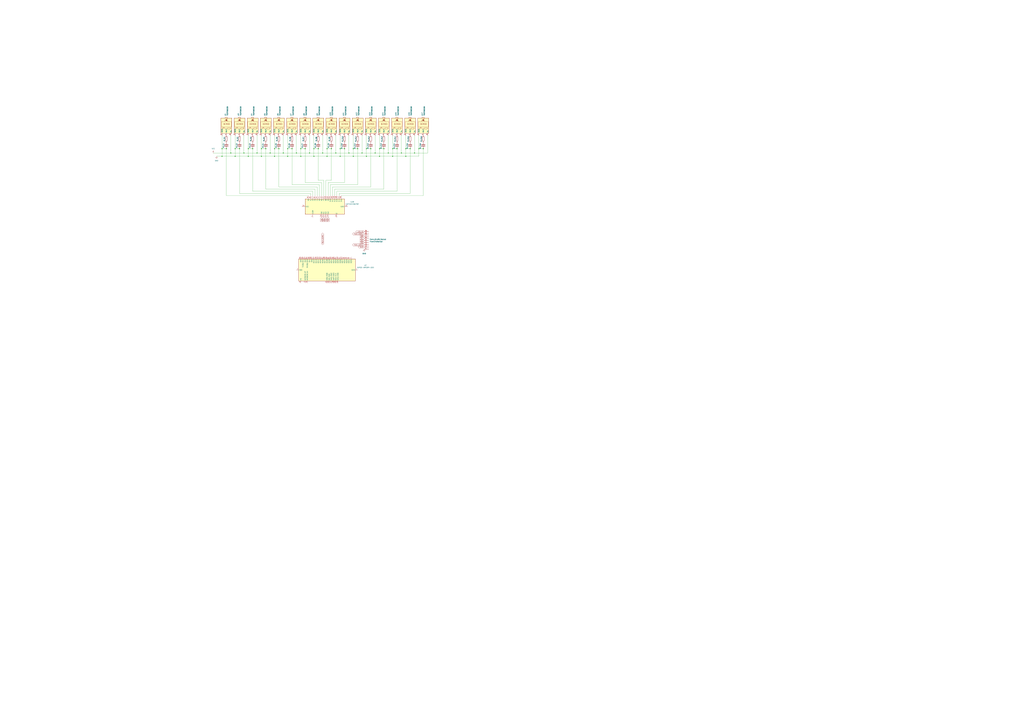
<source format=kicad_sch>
(kicad_sch (version 20250114) (generator "eeschema") (generator_version "9.0")
  (paper "A0")
  (lib_symbols
    (symbol "74xx:CD74HC4067SM"
      (property "Reference" "U" (at -8.89 22.86 0))
      (property "Value" "CD74HC4067SM" (at 1.27 22.86 0))
      (symbol "CD74HC4067SM_0_1"
        (rectangle (start -8.89 21.59) (end 8.89 -24.13) (stroke (width 0.254)) (fill (type background)))
      )
      (symbol "CD74HC4067SM_1_1"
        (pin passive line (at -12.7 12.7 0) (length 3.81) (name "COM") (number "1"))
        (pin input line (at -12.7 2.54 0) (length 3.81) (name "S0") (number "10"))
        (pin input line (at -12.7 0 0) (length 3.81) (name "S1") (number "11"))
        (pin input line (at -12.7 -2.54 0) (length 3.81) (name "S2") (number "14"))
        (pin input line (at -12.7 -5.08 0) (length 3.81) (name "S3") (number "13"))
        (pin input line (at -12.7 -15.24 0) (length 3.81) (name "~{E}") (number "15"))
        (pin power_in line (at 0 25.4 270) (length 3.81) (name "VCC") (number "24"))
        (pin power_in line (at 0 -27.94 90) (length 3.81) (name "GND") (number "12"))
        (pin passive line (at 12.7 17.78 180) (length 3.81) (name "I0") (number "9"))
        (pin passive line (at 12.7 15.24 180) (length 3.81) (name "I1") (number "8"))
        (pin passive line (at 12.7 12.7 180) (length 3.81) (name "I2") (number "7"))
        (pin passive line (at 12.7 10.16 180) (length 3.81) (name "I3") (number "6"))
        (pin passive line (at 12.7 7.62 180) (length 3.81) (name "I4") (number "5"))
        (pin passive line (at 12.7 5.08 180) (length 3.81) (name "I5") (number "4"))
        (pin passive line (at 12.7 2.54 180) (length 3.81) (name "I6") (number "3"))
        (pin passive line (at 12.7 0 180) (length 3.81) (name "I7") (number "2"))
        (pin passive line (at 12.7 -2.54 180) (length 3.81) (name "I8") (number "23"))
        (pin passive line (at 12.7 -5.08 180) (length 3.81) (name "I9") (number "22"))
        (pin passive line (at 12.7 -7.62 180) (length 3.81) (name "I10") (number "21"))
        (pin passive line (at 12.7 -10.16 180) (length 3.81) (name "I11") (number "20"))
        (pin passive line (at 12.7 -12.7 180) (length 3.81) (name "I12") (number "19"))
        (pin passive line (at 12.7 -15.24 180) (length 3.81) (name "I13") (number "18"))
        (pin passive line (at 12.7 -17.78 180) (length 3.81) (name "I14") (number "17"))
        (pin passive line (at 12.7 -20.32 180) (length 3.81) (name "I15") (number "16"))
      )
    )
    (symbol "Connector:Conn_01x09_Socket" (pin_names (offset 1.016) (hide yes))
      (property "Reference" "J" (at 0 12.7 0))
      (property "Value" "Conn_01x09_Socket" (at 0 -12.7 0))
      (symbol "Conn_01x09_Socket_1_1"
        (polyline (pts (xy -1.27 10.16) (xy -0.508 10.16)) (stroke (width 0.1524)))
        (polyline (pts (xy -1.27 7.62) (xy -0.508 7.62)) (stroke (width 0.1524)))
        (polyline (pts (xy -1.27 5.08) (xy -0.508 5.08)) (stroke (width 0.1524)))
        (polyline (pts (xy -1.27 2.54) (xy -0.508 2.54)) (stroke (width 0.1524)))
        (polyline (pts (xy -1.27 0) (xy -0.508 0)) (stroke (width 0.1524)))
        (polyline (pts (xy -1.27 -2.54) (xy -0.508 -2.54)) (stroke (width 0.1524)))
        (polyline (pts (xy -1.27 -5.08) (xy -0.508 -5.08)) (stroke (width 0.1524)))
        (polyline (pts (xy -1.27 -7.62) (xy -0.508 -7.62)) (stroke (width 0.1524)))
        (polyline (pts (xy -1.27 -10.16) (xy -0.508 -10.16)) (stroke (width 0.1524)))
        (arc (start 0 9.652) (mid -0.5058 10.16) (end 0 10.668) (stroke (width 0.1524)))
        (arc (start 0 7.112) (mid -0.5058 7.62) (end 0 8.128) (stroke (width 0.1524)))
        (arc (start 0 4.572) (mid -0.5058 5.08) (end 0 5.588) (stroke (width 0.1524)))
        (arc (start 0 2.032) (mid -0.5058 2.54) (end 0 3.048) (stroke (width 0.1524)))
        (arc (start 0 -0.508) (mid -0.5058 0) (end 0 0.508) (stroke (width 0.1524)))
        (arc (start 0 -3.048) (mid -0.5058 -2.54) (end 0 -2.032) (stroke (width 0.1524)))
        (arc (start 0 -5.588) (mid -0.5058 -5.08) (end 0 -4.572) (stroke (width 0.1524)))
        (arc (start 0 -8.128) (mid -0.5058 -7.62) (end 0 -7.112) (stroke (width 0.1524)))
        (arc (start 0 -10.668) (mid -0.5058 -10.16) (end 0 -9.652) (stroke (width 0.1524)))
        (pin passive line (at -5.08 10.16 0) (length 3.81) (name "Pin_1") (number "1"))
        (pin passive line (at -5.08 7.62 0) (length 3.81) (name "Pin_2") (number "2"))
        (pin passive line (at -5.08 5.08 0) (length 3.81) (name "Pin_3") (number "3"))
        (pin passive line (at -5.08 2.54 0) (length 3.81) (name "Pin_4") (number "4"))
        (pin passive line (at -5.08 0 0) (length 3.81) (name "Pin_5") (number "5"))
        (pin passive line (at -5.08 -2.54 0) (length 3.81) (name "Pin_6") (number "6"))
        (pin passive line (at -5.08 -5.08 0) (length 3.81) (name "Pin_7") (number "7"))
        (pin passive line (at -5.08 -7.62 0) (length 3.81) (name "Pin_8") (number "8"))
        (pin passive line (at -5.08 -10.16 0) (length 3.81) (name "Pin_9") (number "9"))
      )
    )
    (symbol "Device:C" (pin_numbers (hide yes)) (pin_names (offset 0.254))
      (property "Reference" "C" (at 0.635 2.54 0))
      (property "Value" "C" (at 0.635 -2.54 0))
      (symbol "C_0_1"
        (polyline (pts (xy -2.032 0.762) (xy 2.032 0.762)) (stroke (width 0.508)))
        (polyline (pts (xy -2.032 -0.762) (xy 2.032 -0.762)) (stroke (width 0.508)))
      )
      (symbol "C_1_1"
        (pin passive line (at 0 3.81 270) (length 2.794) (name "~") (number "1"))
        (pin passive line (at 0 -3.81 90) (length 2.794) (name "~") (number "2"))
      )
    )
    (symbol "Device:R" (pin_numbers (hide yes)) (pin_names (offset 0))
      (property "Reference" "R" (at 2.032 0 90))
      (property "Value" "R" (at 0 0 90))
      (symbol "R_0_1"
        (rectangle (start -1.016 -2.54) (end 1.016 2.54) (stroke (width 0.254)))
      )
      (symbol "R_1_1"
        (pin passive line (at 0 3.81 270) (length 1.27) (name "~") (number "1"))
        (pin passive line (at 0 -3.81 90) (length 1.27) (name "~") (number "2"))
      )
    )
    (symbol "RF_Module:ESP32-WROOM-32D"
      (property "Reference" "U" (at -12.7 34.29 0))
      (property "Value" "ESP32-WROOM-32D" (at 1.27 34.29 0))
      (symbol "ESP32-WROOM-32D_0_1"
        (rectangle (start -12.7 33.02) (end 12.7 -33.02) (stroke (width 0.254)) (fill (type background)))
      )
      (symbol "ESP32-WROOM-32D_1_1"
        (pin input line (at -15.24 30.48 0) (length 2.54) (name "EN") (number "3"))
        (pin input line (at -15.24 25.4 0) (length 2.54) (name "SENSOR_VP") (number "4"))
        (pin input line (at -15.24 22.86 0) (length 2.54) (name "SENSOR_VN") (number "5"))
        (pin bidirectional line (at -15.24 0 0) (length 2.54) (name "SDO/SD0") (number "21"))
        (pin bidirectional line (at -15.24 -2.54 0) (length 2.54) (name "SDI/SD1") (number "22"))
        (pin bidirectional line (at -15.24 -5.08 0) (length 2.54) (name "SHD/SD2") (number "17"))
        (pin bidirectional line (at -15.24 -7.62 0) (length 2.54) (name "SWP/SD3") (number "18"))
        (pin bidirectional line (at -15.24 -10.16 0) (length 2.54) (name "SCK/CLK") (number "20"))
        (pin bidirectional line (at -15.24 -12.7 0) (length 2.54) (name "SCS/CMD") (number "19"))
        (pin no_connect line (at -12.7 -27.94 0) (length 2.54) (hide yes) (name "NC") (number "32"))
        (pin power_in line (at 0 35.56 270) (length 2.54) (name "VDD") (number "2"))
        (pin power_in line (at 0 -35.56 90) (length 2.54) (name "GND") (number "1"))
        (pin passive line (at 0 -35.56 90) (length 2.54) (hide yes) (name "GND") (number "15"))
        (pin passive line (at 0 -35.56 90) (length 2.54) (hide yes) (name "GND") (number "38"))
        (pin passive line (at 0 -35.56 90) (length 2.54) (hide yes) (name "GND") (number "39"))
        (pin bidirectional line (at 15.24 30.48 180) (length 2.54) (name "IO0") (number "25"))
        (pin bidirectional line (at 15.24 27.94 180) (length 2.54) (name "TXD0/IO1") (number "35"))
        (pin bidirectional line (at 15.24 25.4 180) (length 2.54) (name "IO2") (number "24"))
        (pin bidirectional line (at 15.24 22.86 180) (length 2.54) (name "RXD0/IO3") (number "34"))
        (pin bidirectional line (at 15.24 20.32 180) (length 2.54) (name "IO4") (number "26"))
        (pin bidirectional line (at 15.24 17.78 180) (length 2.54) (name "IO5") (number "29"))
        (pin bidirectional line (at 15.24 15.24 180) (length 2.54) (name "IO12") (number "14"))
        (pin bidirectional line (at 15.24 12.7 180) (length 2.54) (name "IO13") (number "16"))
        (pin bidirectional line (at 15.24 10.16 180) (length 2.54) (name "IO14") (number "13"))
        (pin bidirectional line (at 15.24 7.62 180) (length 2.54) (name "IO15") (number "23"))
        (pin bidirectional line (at 15.24 5.08 180) (length 2.54) (name "IO16") (number "27"))
        (pin bidirectional line (at 15.24 2.54 180) (length 2.54) (name "IO17") (number "28"))
        (pin bidirectional line (at 15.24 0 180) (length 2.54) (name "IO18") (number "30"))
        (pin bidirectional line (at 15.24 -2.54 180) (length 2.54) (name "IO19") (number "31"))
        (pin bidirectional line (at 15.24 -5.08 180) (length 2.54) (name "IO21") (number "33"))
        (pin bidirectional line (at 15.24 -7.62 180) (length 2.54) (name "IO22") (number "36"))
        (pin bidirectional line (at 15.24 -10.16 180) (length 2.54) (name "IO23") (number "37"))
        (pin bidirectional line (at 15.24 -12.7 180) (length 2.54) (name "IO25") (number "10"))
        (pin bidirectional line (at 15.24 -15.24 180) (length 2.54) (name "IO26") (number "11"))
        (pin bidirectional line (at 15.24 -17.78 180) (length 2.54) (name "IO27") (number "12"))
        (pin bidirectional line (at 15.24 -20.32 180) (length 2.54) (name "IO32") (number "8"))
        (pin bidirectional line (at 15.24 -22.86 180) (length 2.54) (name "IO33") (number "9"))
        (pin input line (at 15.24 -25.4 180) (length 2.54) (name "IO34") (number "6"))
        (pin input line (at 15.24 -27.94 180) (length 2.54) (name "IO35") (number "7"))
      )
    )
    (symbol "Sensor_Proximity:TSSP58038" (pin_names (offset 1.016))
      (property "Reference" "U" (at -10.16 7.62 0))
      (property "Value" "TSSP58038" (at -10.16 -7.62 0))
      (symbol "TSSP58038_0_0"
        (arc (start -10.287 -1.778) (mid -11.0899 -0.1905) (end -10.287 1.397) (stroke (width 0.254)) (fill (type background)))
        (polyline (pts (xy 1.905 5.08) (xy 0.127 5.08)))
        (polyline (pts (xy 1.905 -5.08) (xy 0.127 -5.08)))
        (text "DEMOD" (at -3.175 0.254 900) (effects (font (size 1.524 1.524))))
      )
      (symbol "TSSP58038_0_1"
        (polyline (pts (xy -8.763 0.381) (xy -9.652 1.27)))
        (polyline (pts (xy -8.763 0.381) (xy -9.271 0.381)))
        (polyline (pts (xy -8.763 0.381) (xy -8.763 0.889)))
        (polyline (pts (xy -8.636 -0.635) (xy -9.525 0.254)))
        (polyline (pts (xy -8.636 -0.635) (xy -9.144 -0.635)))
        (polyline (pts (xy -8.636 -0.635) (xy -8.636 -0.127)))
        (polyline (pts (xy -8.382 0.635) (xy -6.731 0.635) (xy -7.62 -1.016) (xy -8.382 0.635)) (fill (type outline)))
        (polyline (pts (xy -8.382 -1.016) (xy -6.731 -1.016)))
        (rectangle (start -6.096 5.588) (end 0.127 -5.588))
        (polyline (pts (xy -6.096 1.397) (xy -7.62 1.397) (xy -7.62 -1.778) (xy -6.096 -1.778)))
        (polyline (pts (xy 1.27 -1.905) (xy 1.27 -3.81)))
        (polyline (pts (xy 1.27 -2.54) (xy 1.905 -1.905) (xy 1.905 0) (xy 2.54 0)))
        (polyline (pts (xy 1.27 -2.921) (xy 0.127 -2.921)))
        (polyline (pts (xy 1.27 -3.175) (xy 1.905 -3.81) (xy 1.905 -5.08) (xy 2.54 -5.08)))
        (polyline (pts (xy 1.397 -3.556) (xy 1.524 -3.556)))
        (polyline (pts (xy 1.651 -3.556) (xy 1.524 -3.556)))
        (polyline (pts (xy 1.651 -3.556) (xy 1.651 -3.302)))
        (polyline (pts (xy 1.905 4.445) (xy 1.905 5.08) (xy 2.54 5.08)))
        (polyline (pts (xy 1.905 0) (xy 1.905 1.27)))
        (rectangle (start 2.54 1.27) (end 1.27 4.445))
        (rectangle (start 7.62 6.35) (end -10.16 -6.35) (stroke (width 0.254)) (fill (type background)))
      )
      (symbol "TSSP58038_1_1"
        (pin power_in line (at 10.16 5.08 180) (length 2.54) (name "Vs") (number "3"))
        (pin output line (at 10.16 0 180) (length 2.54) (name "OUT") (number "1"))
        (pin power_in line (at 10.16 -5.08 180) (length 2.54) (name "GND") (number "2"))
      )
    )
    (symbol "power:GND" (power) (pin_numbers (hide yes)) (pin_names (offset 0) (hide yes))
      (property "Value" "GND" (at 0 -3.81 0))
      (symbol "GND_0_1"
        (polyline (pts (xy 0 0) (xy 0 -1.27) (xy 1.27 -1.27) (xy 0 -2.54) (xy -1.27 -1.27) (xy 0 -1.27)))
      )
      (symbol "GND_1_1"
        (pin power_in line (at 0 0 270) (length 0) (name "~") (number "1"))
      )
    )
    (symbol "power:VCC" (power) (pin_numbers (hide yes)) (pin_names (offset 0) (hide yes))
      (property "Value" "VCC" (at 0 3.556 0))
      (symbol "VCC_0_1"
        (polyline (pts (xy -0.762 1.27) (xy 0 2.54)))
        (polyline (pts (xy 0 2.54) (xy 0.762 1.27)))
        (polyline (pts (xy 0 0) (xy 0 2.54)))
      )
      (symbol "VCC_1_1"
        (pin power_in line (at 0 0 90) (length 0) (name "~") (number "1"))
      )
    )
  )
  (junction (at 466.09 177.8))
  (junction (at 440.69 181.61))
  (junction (at 455.93 172.72))
  (junction (at 425.45 172.72))
  (junction (at 354.33 172.72))
  (junction (at 491.49 172.72))
  (junction (at 349.25 172.72))
  (junction (at 374.65 177.8))
  (junction (at 318.77 172.72))
  (junction (at 445.77 172.72))
  (junction (at 339.09 172.72))
  (junction (at 293.37 172.72))
  (junction (at 379.73 172.72))
  (junction (at 303.53 172.72))
  (junction (at 288.29 172.72))
  (junction (at 349.25 181.61))
  (junction (at 384.81 172.72))
  (junction (at 288.29 181.61))
  (junction (at 313.69 177.8))
  (junction (at 344.17 177.8))
  (junction (at 455.93 181.61))
  (junction (at 435.61 177.8))
  (junction (at 394.97 172.72))
  (junction (at 410.21 172.72))
  (junction (at 318.77 181.61))
  (junction (at 369.57 172.72))
  (junction (at 323.85 172.72))
  (junction (at 476.25 172.72))
  (junction (at 364.49 181.61))
  (junction (at 450.85 177.8))
  (junction (at 257.81 181.61))
  (junction (at 273.05 172.72))
  (junction (at 389.89 177.8))
  (junction (at 334.01 172.72))
  (junction (at 471.17 181.61))
  (junction (at 410.21 181.61))
  (junction (at 425.45 181.61))
  (junction (at 415.29 172.72))
  (junction (at 262.89 172.72))
  (junction (at 379.73 181.61))
  (junction (at 267.97 177.8))
  (junction (at 486.41 172.72))
  (junction (at 308.61 172.72))
  (junction (at 364.49 172.72))
  (junction (at 440.69 172.72))
  (junction (at 273.05 181.61))
  (junction (at 359.41 177.8))
  (junction (at 400.05 172.72))
  (junction (at 328.93 177.8))
  (junction (at 283.21 177.8))
  (junction (at 257.81 172.72))
  (junction (at 394.97 181.61))
  (junction (at 298.45 177.8))
  (junction (at 420.37 177.8))
  (junction (at 471.17 172.72))
  (junction (at 303.53 181.61))
  (junction (at 430.53 172.72))
  (junction (at 461.01 172.72))
  (junction (at 334.01 181.61))
  (junction (at 481.33 177.8))
  (junction (at 405.13 177.8))
  (junction (at 278.13 172.72))
  (wire (pts (xy 415.29 172.72) (xy 410.21 172.72)))
  (wire (pts (xy 378.46 209.55) (xy 384.81 209.55)))
  (wire (pts (xy 471.17 172.72) (xy 471.17 181.61)))
  (wire (pts (xy 344.17 177.8) (xy 344.17 157.48)))
  (wire (pts (xy 373.38 212.09) (xy 354.33 212.09)))
  (wire (pts (xy 379.73 172.72) (xy 379.73 157.48)))
  (wire (pts (xy 386.08 227.33) (xy 386.08 217.17)))
  (wire (pts (xy 334.01 172.72) (xy 334.01 157.48)))
  (wire (pts (xy 430.53 172.72) (xy 425.45 172.72)))
  (wire (pts (xy 375.92 227.33) (xy 375.92 209.55)))
  (wire (pts (xy 323.85 172.72) (xy 318.77 172.72)))
  (wire (pts (xy 393.7 227.33) (xy 393.7 224.79)))
  (wire (pts (xy 323.85 217.17) (xy 323.85 172.72)))
  (wire (pts (xy 273.05 172.72) (xy 273.05 157.48)))
  (wire (pts (xy 389.89 177.8) (xy 389.89 157.48)))
  (wire (pts (xy 373.38 227.33) (xy 373.38 212.09)))
  (wire (pts (xy 354.33 172.72) (xy 349.25 172.72)))
  (wire (pts (xy 386.08 217.17) (xy 430.53 217.17)))
  (wire (pts (xy 354.33 212.09) (xy 354.33 172.72)))
  (wire (pts (xy 257.81 181.61) (xy 273.05 181.61)))
  (wire (pts (xy 364.49 172.72) (xy 364.49 181.61)))
  (wire (pts (xy 466.09 177.8) (xy 466.09 157.48)))
  (wire (pts (xy 359.41 177.8) (xy 374.65 177.8)))
  (wire (pts (xy 391.16 222.25) (xy 461.01 222.25)))
  (wire (pts (xy 298.45 177.8) (xy 313.69 177.8)))
  (wire (pts (xy 379.73 181.61) (xy 394.97 181.61)))
  (wire (pts (xy 381 227.33) (xy 381 212.09)))
  (wire (pts (xy 344.17 177.8) (xy 359.41 177.8)))
  (wire (pts (xy 410.21 181.61) (xy 425.45 181.61)))
  (wire (pts (xy 420.37 177.8) (xy 420.37 157.48)))
  (wire (pts (xy 308.61 172.72) (xy 303.53 172.72)))
  (wire (pts (xy 486.41 181.61) (xy 486.41 172.72)))
  (wire (pts (xy 375.92 209.55) (xy 369.57 209.55)))
  (wire (pts (xy 318.77 181.61) (xy 334.01 181.61)))
  (wire (pts (xy 318.77 172.72) (xy 318.77 181.61)))
  (wire (pts (xy 368.3 227.33) (xy 368.3 217.17)))
  (wire (pts (xy 267.97 177.8) (xy 283.21 177.8)))
  (wire (pts (xy 378.46 227.33) (xy 378.46 209.55)))
  (wire (pts (xy 425.45 172.72) (xy 425.45 157.48)))
  (wire (pts (xy 360.68 224.79) (xy 278.13 224.79)))
  (wire (pts (xy 303.53 172.72) (xy 303.53 157.48)))
  (wire (pts (xy 374.65 177.8) (xy 374.65 157.48)))
  (wire (pts (xy 303.53 172.72) (xy 303.53 181.61)))
  (wire (pts (xy 461.01 172.72) (xy 455.93 172.72)))
  (wire (pts (xy 365.76 227.33) (xy 365.76 219.71)))
  (wire (pts (xy 425.45 172.72) (xy 425.45 181.61)))
  (wire (pts (xy 368.3 217.17) (xy 323.85 217.17)))
  (wire (pts (xy 365.76 219.71) (xy 308.61 219.71)))
  (wire (pts (xy 435.61 177.8) (xy 435.61 157.48)))
  (wire (pts (xy 476.25 172.72) (xy 471.17 172.72)))
  (wire (pts (xy 450.85 177.8) (xy 466.09 177.8)))
  (wire (pts (xy 476.25 224.79) (xy 476.25 172.72)))
  (wire (pts (xy 374.65 177.8) (xy 389.89 177.8)))
  (wire (pts (xy 450.85 177.8) (xy 450.85 157.48)))
  (wire (pts (xy 394.97 181.61) (xy 410.21 181.61)))
  (wire (pts (xy 471.17 172.72) (xy 471.17 157.48)))
  (wire (pts (xy 394.97 172.72) (xy 394.97 157.48)))
  (wire (pts (xy 257.81 172.72) (xy 257.81 181.61)))
  (wire (pts (xy 384.81 172.72) (xy 379.73 172.72)))
  (wire (pts (xy 313.69 177.8) (xy 313.69 157.48)))
  (wire (pts (xy 491.49 227.33) (xy 491.49 172.72)))
  (wire (pts (xy 393.7 224.79) (xy 476.25 224.79)))
  (wire (pts (xy 298.45 177.8) (xy 298.45 157.48)))
  (wire (pts (xy 481.33 177.8) (xy 481.33 157.48)))
  (wire (pts (xy 466.09 177.8) (xy 481.33 177.8)))
  (wire (pts (xy 273.05 172.72) (xy 273.05 181.61)))
  (wire (pts (xy 388.62 227.33) (xy 388.62 219.71)))
  (wire (pts (xy 381 212.09) (xy 400.05 212.09)))
  (wire (pts (xy 455.93 172.72) (xy 455.93 181.61)))
  (wire (pts (xy 440.69 172.72) (xy 440.69 181.61)))
  (wire (pts (xy 410.21 172.72) (xy 410.21 157.48)))
  (wire (pts (xy 383.54 227.33) (xy 383.54 214.63)))
  (wire (pts (xy 308.61 219.71) (xy 308.61 172.72)))
  (wire (pts (xy 389.89 177.8) (xy 405.13 177.8)))
  (wire (pts (xy 445.77 172.72) (xy 440.69 172.72)))
  (wire (pts (xy 283.21 177.8) (xy 283.21 157.48)))
  (wire (pts (xy 420.37 177.8) (xy 435.61 177.8)))
  (wire (pts (xy 328.93 177.8) (xy 344.17 177.8)))
  (wire (pts (xy 278.13 172.72) (xy 273.05 172.72)))
  (wire (pts (xy 425.45 181.61) (xy 440.69 181.61)))
  (wire (pts (xy 349.25 181.61) (xy 364.49 181.61)))
  (wire (pts (xy 358.14 227.33) (xy 262.89 227.33)))
  (wire (pts (xy 359.41 177.8) (xy 359.41 157.48)))
  (wire (pts (xy 455.93 181.61) (xy 471.17 181.61)))
  (wire (pts (xy 334.01 172.72) (xy 334.01 181.61)))
  (wire (pts (xy 339.09 172.72) (xy 334.01 172.72)))
  (wire (pts (xy 370.84 227.33) (xy 370.84 214.63)))
  (wire (pts (xy 363.22 227.33) (xy 363.22 222.25)))
  (wire (pts (xy 303.53 181.61) (xy 318.77 181.61)))
  (wire (pts (xy 349.25 172.72) (xy 349.25 157.48)))
  (wire (pts (xy 313.69 177.8) (xy 328.93 177.8)))
  (wire (pts (xy 491.49 172.72) (xy 486.41 172.72)))
  (wire (pts (xy 394.97 172.72) (xy 394.97 181.61)))
  (wire (pts (xy 288.29 172.72) (xy 288.29 157.48)))
  (wire (pts (xy 251.46 181.61) (xy 257.81 181.61)))
  (wire (pts (xy 369.57 172.72) (xy 364.49 172.72)))
  (wire (pts (xy 247.65 177.8) (xy 267.97 177.8)))
  (wire (pts (xy 388.62 219.71) (xy 445.77 219.71)))
  (wire (pts (xy 445.77 219.71) (xy 445.77 172.72)))
  (wire (pts (xy 379.73 172.72) (xy 379.73 181.61)))
  (wire (pts (xy 391.16 227.33) (xy 391.16 222.25)))
  (wire (pts (xy 471.17 181.61) (xy 486.41 181.61)))
  (wire (pts (xy 273.05 181.61) (xy 288.29 181.61)))
  (wire (pts (xy 288.29 181.61) (xy 303.53 181.61)))
  (wire (pts (xy 363.22 222.25) (xy 293.37 222.25)))
  (wire (pts (xy 400.05 172.72) (xy 394.97 172.72)))
  (wire (pts (xy 383.54 214.63) (xy 415.29 214.63)))
  (wire (pts (xy 410.21 172.72) (xy 410.21 181.61)))
  (wire (pts (xy 339.09 214.63) (xy 339.09 172.72)))
  (wire (pts (xy 293.37 172.72) (xy 288.29 172.72)))
  (wire (pts (xy 267.97 177.8) (xy 267.97 157.48)))
  (wire (pts (xy 364.49 172.72) (xy 364.49 157.48)))
  (wire (pts (xy 405.13 177.8) (xy 420.37 177.8)))
  (wire (pts (xy 400.05 212.09) (xy 400.05 172.72)))
  (wire (pts (xy 370.84 214.63) (xy 339.09 214.63)))
  (wire (pts (xy 262.89 172.72) (xy 257.81 172.72)))
  (wire (pts (xy 405.13 177.8) (xy 405.13 157.48)))
  (wire (pts (xy 288.29 172.72) (xy 288.29 181.61)))
  (wire (pts (xy 481.33 177.8) (xy 496.57 177.8)))
  (wire (pts (xy 349.25 172.72) (xy 349.25 181.61)))
  (wire (pts (xy 496.57 177.8) (xy 496.57 157.48)))
  (wire (pts (xy 364.49 181.61) (xy 379.73 181.61)))
  (wire (pts (xy 415.29 214.63) (xy 415.29 172.72)))
  (wire (pts (xy 283.21 177.8) (xy 298.45 177.8)))
  (wire (pts (xy 396.24 227.33) (xy 491.49 227.33)))
  (wire (pts (xy 430.53 217.17) (xy 430.53 172.72)))
  (wire (pts (xy 455.93 172.72) (xy 455.93 157.48)))
  (wire (pts (xy 318.77 172.72) (xy 318.77 157.48)))
  (wire (pts (xy 262.89 227.33) (xy 262.89 172.72)))
  (wire (pts (xy 369.57 209.55) (xy 369.57 172.72)))
  (wire (pts (xy 257.81 172.72) (xy 257.81 157.48)))
  (wire (pts (xy 486.41 172.72) (xy 486.41 157.48)))
  (wire (pts (xy 435.61 177.8) (xy 450.85 177.8)))
  (wire (pts (xy 461.01 222.25) (xy 461.01 172.72)))
  (wire (pts (xy 334.01 181.61) (xy 349.25 181.61)))
  (wire (pts (xy 278.13 224.79) (xy 278.13 172.72)))
  (wire (pts (xy 384.81 209.55) (xy 384.81 172.72)))
  (wire (pts (xy 440.69 181.61) (xy 455.93 181.61)))
  (wire (pts (xy 328.93 177.8) (xy 328.93 157.48)))
  (wire (pts (xy 360.68 227.33) (xy 360.68 224.79)))
  (wire (pts (xy 293.37 222.25) (xy 293.37 172.72)))
  (wire (pts (xy 440.69 172.72) (xy 440.69 157.48)))
  (global_label "MUX_COM2" (shape bidirectional) (at 422.91 284.48 180) (property "Intersheetrefs" "${INTERSHEET_REFS}" (effects (hide yes))))
  (global_label "S3" (shape input) (at 422.91 281.94 180) (property "Intersheetrefs" "${INTERSHEET_REFS}" (effects (hide yes))))
  (global_label "3v3" (shape bidirectional) (at 422.91 287.02 180) (property "Intersheetrefs" "${INTERSHEET_REFS}" (effects (hide yes))))
  (global_label "LED_IO" (shape bidirectional) (at 422.91 269.24 180) (property "Intersheetrefs" "${INTERSHEET_REFS}" (effects (hide yes))))
  (global_label "S2" (shape input) (at 378.46 252.73 270) (property "Intersheetrefs" "${INTERSHEET_REFS}" (effects (hide yes))))
  (global_label "S2" (shape input) (at 422.91 279.4 180) (property "Intersheetrefs" "${INTERSHEET_REFS}" (effects (hide yes))))
  (global_label "S1" (shape input) (at 375.92 252.73 270) (property "Intersheetrefs" "${INTERSHEET_REFS}" (effects (hide yes))))
  (global_label "MUX_COM1" (shape bidirectional) (at 374.65 284.48 90) (property "Intersheetrefs" "${INTERSHEET_REFS}" (effects (hide yes))))
  (global_label "S0" (shape input) (at 373.38 252.73 270) (property "Intersheetrefs" "${INTERSHEET_REFS}" (effects (hide yes))))
  (global_label "S0" (shape input) (at 422.91 274.32 180) (property "Intersheetrefs" "${INTERSHEET_REFS}" (effects (hide yes))))
  (global_label "S3" (shape input) (at 381 252.73 270) (property "Intersheetrefs" "${INTERSHEET_REFS}" (effects (hide yes))))
  (global_label "S1" (shape input) (at 422.91 276.86 180) (property "Intersheetrefs" "${INTERSHEET_REFS}" (effects (hide yes))))
  (global_label "MUX_COM1" (shape bidirectional) (at 422.91 271.78 180) (property "Intersheetrefs" "${INTERSHEET_REFS}" (effects (hide yes))))
  (symbol (lib_id "Sensor_Proximity:TSSP58038") (at 369.57 147.32 270) (unit 1)
    (property "Reference" "U9" (at 368.2999 134.62 0) (effects (justify right)))
    (property "Value" "TSSP58038" (at 370.8399 134.62 0) (effects (justify right)))
    (property "Footprint" "OptoDevice:Vishay_MINICAST-3Pin" (effects (hide yes)))
    (property "Datasheet" "http://www.vishay.com/docs/82476/tssp58p38.pdf" (effects (hide yes)))
    (property "Description" "IR Detector for Mid Range Proximity Sensor" (effects (hide yes)))
  )
  (symbol (lib_id "Device:C") (at 323.85 168.91 180) (unit 1)
    (property "Reference" "IR_C5" (at 320.548 166.37 90) (effects (justify left)))
    (property "Value" "C" (effects (hide yes)))
    (property "Description" "Unpolarized capacitor" (effects (hide yes)))
  )
  (symbol (lib_id "Sensor_Proximity:TSSP58038") (at 308.61 147.32 270) (unit 1)
    (property "Reference" "U5" (at 307.3399 134.62 0) (effects (justify right)))
    (property "Value" "TSSP58038" (at 309.8799 134.62 0) (effects (justify right)))
    (property "Footprint" "OptoDevice:Vishay_MINICAST-3Pin" (effects (hide yes)))
    (property "Datasheet" "http://www.vishay.com/docs/82476/tssp58p38.pdf" (effects (hide yes)))
    (property "Description" "IR Detector for Mid Range Proximity Sensor" (effects (hide yes)))
  )
  (symbol (lib_id "Device:C") (at 293.37 168.91 180) (unit 1)
    (property "Reference" "IR_C3" (at 290.068 166.37 90) (effects (justify left)))
    (property "Value" "C" (effects (hide yes)))
    (property "Description" "Unpolarized capacitor" (effects (hide yes)))
  )
  (symbol (lib_id "Device:R") (at 491.49 161.29 180) (unit 1)
    (property "Reference" "IR_R16" (at 489.204 161.544 90))
    (property "Value" "R" (effects (hide yes)))
    (property "Description" "Resistor" (effects (hide yes)))
  )
  (symbol (lib_id "Sensor_Proximity:TSSP58038") (at 430.53 147.32 270) (unit 1)
    (property "Reference" "U13" (at 429.2599 134.62 0) (effects (justify right)))
    (property "Value" "TSSP58038" (at 431.7999 134.62 0) (effects (justify right)))
    (property "Footprint" "OptoDevice:Vishay_MINICAST-3Pin" (effects (hide yes)))
    (property "Datasheet" "http://www.vishay.com/docs/82476/tssp58p38.pdf" (effects (hide yes)))
    (property "Description" "IR Detector for Mid Range Proximity Sensor" (effects (hide yes)))
  )
  (symbol (lib_id "Device:R") (at 293.37 161.29 180) (unit 1)
    (property "Reference" "IR_R3" (at 291.084 161.544 90))
    (property "Value" "R" (effects (hide yes)))
    (property "Description" "Resistor" (effects (hide yes)))
  )
  (symbol (lib_id "Device:R") (at 308.61 161.29 180) (unit 1)
    (property "Reference" "IR_R4" (at 306.324 161.544 90))
    (property "Value" "R" (effects (hide yes)))
    (property "Description" "Resistor" (effects (hide yes)))
  )
  (symbol (lib_id "RF_Module:ESP32-WROOM-32D") (at 379.73 313.69 90) (unit 1)
    (property "Reference" "U2" (at 424.18 308.2446 90))
    (property "Value" "ESP32-WROOM-32D" (at 424.18 310.7846 90))
    (property "Footprint" "RF_Module:ESP32-WROOM-32D" (effects (hide yes)))
    (property "Datasheet" "https://www.espressif.com/sites/default/files/documentation/esp32-wroom-32d_esp32-wroom-32u_datasheet_en.pdf" (effects (hide yes)))
    (property "Description" "RF Module, ESP32-D0WD SoC, Wi-Fi 802.11b/g/n, Bluetooth, BLE, 32-bit, 2.7-3.6V, onboard antenna, SMD" (effects (hide yes)))
  )
  (symbol (lib_id "Device:C") (at 369.57 168.91 180) (unit 1)
    (property "Reference" "IR_C8" (at 366.268 166.37 90) (effects (justify left)))
    (property "Value" "C" (effects (hide yes)))
    (property "Description" "Unpolarized capacitor" (effects (hide yes)))
  )
  (symbol (lib_id "Sensor_Proximity:TSSP58038") (at 415.29 147.32 270) (unit 1)
    (property "Reference" "U12" (at 414.0199 134.62 0) (effects (justify right)))
    (property "Value" "TSSP58038" (at 416.5599 134.62 0) (effects (justify right)))
    (property "Footprint" "OptoDevice:Vishay_MINICAST-3Pin" (effects (hide yes)))
    (property "Datasheet" "http://www.vishay.com/docs/82476/tssp58p38.pdf" (effects (hide yes)))
    (property "Description" "IR Detector for Mid Range Proximity Sensor" (effects (hide yes)))
  )
  (symbol (lib_id "Device:C") (at 400.05 168.91 180) (unit 1)
    (property "Reference" "IR_C10" (at 396.748 166.37 90) (effects (justify left)))
    (property "Value" "C" (effects (hide yes)))
    (property "Description" "Unpolarized capacitor" (effects (hide yes)))
  )
  (symbol (lib_id "Device:R") (at 278.13 161.29 180) (unit 1)
    (property "Reference" "IR_R2" (at 275.844 161.544 90))
    (property "Value" "R" (effects (hide yes)))
    (property "Description" "Resistor" (effects (hide yes)))
  )
  (symbol (lib_id "power:VCC") (at 247.65 177.8 0) (unit 1)
    (property "Reference" "#PWR02" (effects (hide yes)))
    (property "Value" "VCC" (at 247.65 172.72 0))
    (property "Description" "Power symbol creates a global label with name \"VCC\"" (effects (hide yes)))
  )
  (symbol (lib_id "Device:C") (at 430.53 168.91 180) (unit 1)
    (property "Reference" "IR_C12" (at 427.228 166.37 90) (effects (justify left)))
    (property "Value" "C" (effects (hide yes)))
    (property "Description" "Unpolarized capacitor" (effects (hide yes)))
  )
  (symbol (lib_id "Device:R") (at 384.81 161.29 180) (unit 1)
    (property "Reference" "IR_R9" (at 382.524 161.544 90))
    (property "Value" "R" (effects (hide yes)))
    (property "Description" "Resistor" (effects (hide yes)))
  )
  (symbol (lib_id "74xx:CD74HC4067SM") (at 375.92 240.03 90) (unit 1)
    (property "Reference" "U18" (at 408.94 234.5846 90))
    (property "Value" "CD74HC4067SM" (at 408.94 237.1246 90))
    (property "Footprint" "Package_SO:SSOP-24_5.3x8.2mm_P0.65mm" (effects (hide yes)))
    (property "Datasheet" "http://www.ti.com/lit/ds/symlink/cd74hc4067.pdf" (effects (hide yes)))
    (property "Description" "High-Speed CMOS Logic 16-Channel Analog Multiplexer/Demultiplexer, SSOP-24" (effects (hide yes)))
  )
  (symbol (lib_id "Device:R") (at 461.01 161.29 180) (unit 1)
    (property "Reference" "IR_R14" (at 458.724 161.544 90))
    (property "Value" "R" (effects (hide yes)))
    (property "Description" "Resistor" (effects (hide yes)))
  )
  (symbol (lib_id "Sensor_Proximity:TSSP58038") (at 293.37 147.32 270) (unit 1)
    (property "Reference" "U4" (at 292.0999 134.62 0) (effects (justify right)))
    (property "Value" "TSSP58038" (at 294.6399 134.62 0) (effects (justify right)))
    (property "Footprint" "OptoDevice:Vishay_MINICAST-3Pin" (effects (hide yes)))
    (property "Datasheet" "http://www.vishay.com/docs/82476/tssp58p38.pdf" (effects (hide yes)))
    (property "Description" "IR Detector for Mid Range Proximity Sensor" (effects (hide yes)))
  )
  (symbol (lib_id "Device:C") (at 415.29 168.91 180) (unit 1)
    (property "Reference" "IR_C11" (at 411.988 166.37 90) (effects (justify left)))
    (property "Value" "C" (effects (hide yes)))
    (property "Description" "Unpolarized capacitor" (effects (hide yes)))
  )
  (symbol (lib_id "Device:R") (at 476.25 161.29 180) (unit 1)
    (property "Reference" "IR_R15" (at 473.964 161.544 90))
    (property "Value" "R" (effects (hide yes)))
    (property "Description" "Resistor" (effects (hide yes)))
  )
  (symbol (lib_id "power:GND") (at 251.46 181.61 0) (unit 1)
    (property "Reference" "#PWR01" (effects (hide yes)))
    (property "Value" "GND" (at 251.46 186.69 0))
    (property "Description" "Power symbol creates a global label with name \"GND\" , ground" (effects (hide yes)))
  )
  (symbol (lib_id "Sensor_Proximity:TSSP58038") (at 323.85 147.32 270) (unit 1)
    (property "Reference" "U6" (at 322.5799 134.62 0) (effects (justify right)))
    (property "Value" "TSSP58038" (at 325.1199 134.62 0) (effects (justify right)))
    (property "Footprint" "OptoDevice:Vishay_MINICAST-3Pin" (effects (hide yes)))
    (property "Datasheet" "http://www.vishay.com/docs/82476/tssp58p38.pdf" (effects (hide yes)))
    (property "Description" "IR Detector for Mid Range Proximity Sensor" (effects (hide yes)))
  )
  (symbol (lib_id "Device:R") (at 323.85 161.29 180) (unit 1)
    (property "Reference" "IR_R5" (at 321.564 161.544 90))
    (property "Value" "R" (effects (hide yes)))
    (property "Description" "Resistor" (effects (hide yes)))
  )
  (symbol (lib_id "power:GND") (at 422.91 289.56 0) (unit 1)
    (property "Reference" "#PWR03" (effects (hide yes)))
    (property "Value" "GND" (at 422.91 294.64 0))
    (property "Description" "Power symbol creates a global label with name \"GND\" , ground" (effects (hide yes)))
  )
  (symbol (lib_id "Device:C") (at 384.81 168.91 180) (unit 1)
    (property "Reference" "IR_C9" (at 381.508 166.37 90) (effects (justify left)))
    (property "Value" "C" (effects (hide yes)))
    (property "Description" "Unpolarized capacitor" (effects (hide yes)))
  )
  (symbol (lib_id "Device:C") (at 354.33 168.91 180) (unit 1)
    (property "Reference" "IR_C7" (at 351.028 166.37 90) (effects (justify left)))
    (property "Value" "C" (effects (hide yes)))
    (property "Description" "Unpolarized capacitor" (effects (hide yes)))
  )
  (symbol (lib_id "Sensor_Proximity:TSSP58038") (at 278.13 147.32 270) (unit 1)
    (property "Reference" "U3" (at 276.8599 134.62 0) (effects (justify right)))
    (property "Value" "TSSP58038" (at 279.3999 134.62 0) (effects (justify right)))
    (property "Footprint" "OptoDevice:Vishay_MINICAST-3Pin" (effects (hide yes)))
    (property "Datasheet" "http://www.vishay.com/docs/82476/tssp58p38.pdf" (effects (hide yes)))
    (property "Description" "IR Detector for Mid Range Proximity Sensor" (effects (hide yes)))
  )
  (symbol (lib_id "Device:C") (at 278.13 168.91 180) (unit 1)
    (property "Reference" "IR_C2" (at 274.828 166.37 90) (effects (justify left)))
    (property "Value" "C" (effects (hide yes)))
    (property "Description" "Unpolarized capacitor" (effects (hide yes)))
  )
  (symbol (lib_id "Sensor_Proximity:TSSP58038") (at 400.05 147.32 270) (unit 1)
    (property "Reference" "U11" (at 398.7799 134.62 0) (effects (justify right)))
    (property "Value" "TSSP58038" (at 401.3199 134.62 0) (effects (justify right)))
    (property "Footprint" "OptoDevice:Vishay_MINICAST-3Pin" (effects (hide yes)))
    (property "Datasheet" "http://www.vishay.com/docs/82476/tssp58p38.pdf" (effects (hide yes)))
    (property "Description" "IR Detector for Mid Range Proximity Sensor" (effects (hide yes)))
  )
  (symbol (lib_id "Device:C") (at 476.25 168.91 180) (unit 1)
    (property "Reference" "IR_C15" (at 472.948 166.37 90) (effects (justify left)))
    (property "Value" "C" (effects (hide yes)))
    (property "Description" "Unpolarized capacitor" (effects (hide yes)))
  )
  (symbol (lib_id "Device:R") (at 339.09 161.29 180) (unit 1)
    (property "Reference" "IR_R6" (at 336.804 161.544 90))
    (property "Value" "R" (effects (hide yes)))
    (property "Description" "Resistor" (effects (hide yes)))
  )
  (symbol (lib_id "Sensor_Proximity:TSSP58038") (at 339.09 147.32 270) (unit 1)
    (property "Reference" "U7" (at 337.8199 134.62 0) (effects (justify right)))
    (property "Value" "TSSP58038" (at 340.3599 134.62 0) (effects (justify right)))
    (property "Footprint" "OptoDevice:Vishay_MINICAST-3Pin" (effects (hide yes)))
    (property "Datasheet" "http://www.vishay.com/docs/82476/tssp58p38.pdf" (effects (hide yes)))
    (property "Description" "IR Detector for Mid Range Proximity Sensor" (effects (hide yes)))
  )
  (symbol (lib_id "Sensor_Proximity:TSSP58038") (at 461.01 147.32 270) (unit 1)
    (property "Reference" "U15" (at 459.7399 134.62 0) (effects (justify right)))
    (property "Value" "TSSP58038" (at 462.2799 134.62 0) (effects (justify right)))
    (property "Footprint" "OptoDevice:Vishay_MINICAST-3Pin" (effects (hide yes)))
    (property "Datasheet" "http://www.vishay.com/docs/82476/tssp58p38.pdf" (effects (hide yes)))
    (property "Description" "IR Detector for Mid Range Proximity Sensor" (effects (hide yes)))
  )
  (symbol (lib_id "Device:C") (at 491.49 168.91 180) (unit 1)
    (property "Reference" "IR_C16" (at 488.188 166.37 90) (effects (justify left)))
    (property "Value" "C" (effects (hide yes)))
    (property "Description" "Unpolarized capacitor" (effects (hide yes)))
  )
  (symbol (lib_id "Sensor_Proximity:TSSP58038") (at 384.81 147.32 270) (unit 1)
    (property "Reference" "U10" (at 383.5399 134.62 0) (effects (justify right)))
    (property "Value" "TSSP58038" (at 386.0799 134.62 0) (effects (justify right)))
    (property "Footprint" "OptoDevice:Vishay_MINICAST-3Pin" (effects (hide yes)))
    (property "Datasheet" "http://www.vishay.com/docs/82476/tssp58p38.pdf" (effects (hide yes)))
    (property "Description" "IR Detector for Mid Range Proximity Sensor" (effects (hide yes)))
  )
  (symbol (lib_id "Device:C") (at 339.09 168.91 180) (unit 1)
    (property "Reference" "IR_C6" (at 335.788 166.37 90) (effects (justify left)))
    (property "Value" "C" (effects (hide yes)))
    (property "Description" "Unpolarized capacitor" (effects (hide yes)))
  )
  (symbol (lib_id "Device:R") (at 430.53 161.29 180) (unit 1)
    (property "Reference" "IR_R12" (at 428.244 161.544 90))
    (property "Value" "R" (effects (hide yes)))
    (property "Description" "Resistor" (effects (hide yes)))
  )
  (symbol (lib_id "Device:R") (at 400.05 161.29 180) (unit 1)
    (property "Reference" "IR_R10" (at 397.764 161.544 90))
    (property "Value" "R" (effects (hide yes)))
    (property "Description" "Resistor" (effects (hide yes)))
  )
  (symbol (lib_id "Sensor_Proximity:TSSP58038") (at 445.77 147.32 270) (unit 1)
    (property "Reference" "U14" (at 444.4999 134.62 0) (effects (justify right)))
    (property "Value" "TSSP58038" (at 447.0399 134.62 0) (effects (justify right)))
    (property "Footprint" "OptoDevice:Vishay_MINICAST-3Pin" (effects (hide yes)))
    (property "Datasheet" "http://www.vishay.com/docs/82476/tssp58p38.pdf" (effects (hide yes)))
    (property "Description" "IR Detector for Mid Range Proximity Sensor" (effects (hide yes)))
  )
  (symbol (lib_id "Device:R") (at 369.57 161.29 180) (unit 1)
    (property "Reference" "IR_R8" (at 367.284 161.544 90))
    (property "Value" "R" (effects (hide yes)))
    (property "Description" "Resistor" (effects (hide yes)))
  )
  (symbol (lib_id "Sensor_Proximity:TSSP58038") (at 491.49 147.32 270) (unit 1)
    (property "Reference" "U17" (at 490.2199 134.62 0) (effects (justify right)))
    (property "Value" "TSSP58038" (at 492.7599 134.62 0) (effects (justify right)))
    (property "Footprint" "OptoDevice:Vishay_MINICAST-3Pin" (effects (hide yes)))
    (property "Datasheet" "http://www.vishay.com/docs/82476/tssp58p38.pdf" (effects (hide yes)))
    (property "Description" "IR Detector for Mid Range Proximity Sensor" (effects (hide yes)))
  )
  (symbol (lib_id "Sensor_Proximity:TSSP58038") (at 262.89 147.32 270) (unit 1)
    (property "Reference" "U1" (at 261.6199 134.62 0) (effects (justify right)))
    (property "Value" "TSSP58038" (at 264.1599 134.62 0) (effects (justify right)))
    (property "Footprint" "OptoDevice:Vishay_MINICAST-3Pin" (effects (hide yes)))
    (property "Datasheet" "http://www.vishay.com/docs/82476/tssp58p38.pdf" (effects (hide yes)))
    (property "Description" "IR Detector for Mid Range Proximity Sensor" (effects (hide yes)))
  )
  (symbol (lib_id "Device:C") (at 308.61 168.91 180) (unit 1)
    (property "Reference" "IR_C4" (at 305.308 166.37 90) (effects (justify left)))
    (property "Value" "C" (effects (hide yes)))
    (property "Description" "Unpolarized capacitor" (effects (hide yes)))
  )
  (symbol (lib_id "Device:R") (at 445.77 161.29 180) (unit 1)
    (property "Reference" "IR_R13" (at 443.484 161.544 90))
    (property "Value" "R" (effects (hide yes)))
    (property "Description" "Resistor" (effects (hide yes)))
  )
  (symbol (lib_id "Device:C") (at 445.77 168.91 180) (unit 1)
    (property "Reference" "IR_C13" (at 442.468 166.37 90) (effects (justify left)))
    (property "Value" "C" (effects (hide yes)))
    (property "Description" "Unpolarized capacitor" (effects (hide yes)))
  )
  (symbol (lib_id "Device:C") (at 262.89 168.91 180) (unit 1)
    (property "Reference" "IR_C1" (at 259.588 166.37 90) (effects (justify left)))
    (property "Value" "C" (effects (hide yes)))
    (property "Description" "Unpolarized capacitor" (effects (hide yes)))
  )
  (symbol (lib_id "Device:R") (at 415.29 161.29 180) (unit 1)
    (property "Reference" "IR_R11" (at 413.004 161.544 90))
    (property "Value" "R" (effects (hide yes)))
    (property "Description" "Resistor" (effects (hide yes)))
  )
  (symbol (lib_id "Connector:Conn_01x09_Socket") (at 427.99 279.4 0) (mirror x) (unit 1)
    (property "Reference" "FromLineSensor" (at 429.26 280.6701 0) (effects (justify left)))
    (property "Value" "Conn_01x09_Socket" (at 429.26 278.1301 0) (effects (justify left)))
    (property "Description" "Generic connector, single row, 01x09, script generated" (effects (hide yes)))
  )
  (symbol (lib_id "Sensor_Proximity:TSSP58038") (at 354.33 147.32 270) (unit 1)
    (property "Reference" "U8" (at 353.0599 134.62 0) (effects (justify right)))
    (property "Value" "TSSP58038" (at 355.5999 134.62 0) (effects (justify right)))
    (property "Footprint" "OptoDevice:Vishay_MINICAST-3Pin" (effects (hide yes)))
    (property "Datasheet" "http://www.vishay.com/docs/82476/tssp58p38.pdf" (effects (hide yes)))
    (property "Description" "IR Detector for Mid Range Proximity Sensor" (effects (hide yes)))
  )
  (symbol (lib_id "Device:C") (at 461.01 168.91 180) (unit 1)
    (property "Reference" "IR_C14" (at 457.708 166.37 90) (effects (justify left)))
    (property "Value" "C" (effects (hide yes)))
    (property "Description" "Unpolarized capacitor" (effects (hide yes)))
  )
  (symbol (lib_id "Device:R") (at 354.33 161.29 180) (unit 1)
    (property "Reference" "IR_R7" (at 352.044 161.544 90))
    (property "Value" "R" (effects (hide yes)))
    (property "Description" "Resistor" (effects (hide yes)))
  )
  (symbol (lib_id "Device:R") (at 262.89 161.29 180) (unit 1)
    (property "Reference" "IR_R1" (at 260.604 161.544 90))
    (property "Value" "R" (effects (hide yes)))
    (property "Description" "Resistor" (effects (hide yes)))
  )
  (symbol (lib_id "Sensor_Proximity:TSSP58038") (at 476.25 147.32 270) (unit 1)
    (property "Reference" "U16" (at 474.9799 134.62 0) (effects (justify right)))
    (property "Value" "TSSP58038" (at 477.5199 134.62 0) (effects (justify right)))
    (property "Footprint" "OptoDevice:Vishay_MINICAST-3Pin" (effects (hide yes)))
    (property "Datasheet" "http://www.vishay.com/docs/82476/tssp58p38.pdf" (effects (hide yes)))
    (property "Description" "IR Detector for Mid Range Proximity Sensor" (effects (hide yes)))
  )
)
</source>
